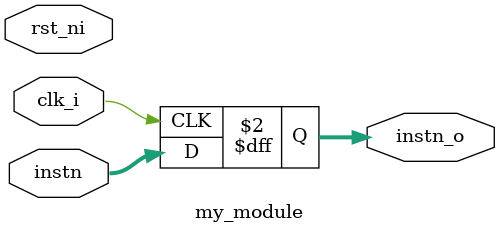
<source format=sv>
module my_module (
    input clk_i,
    input rst_ni,
    input [32-1:0] instn,
    output reg [32-1:0] instn_o
);
    always @(posedge clk_i) begin
        instn_o <= instn;
    end
endmodule

</source>
